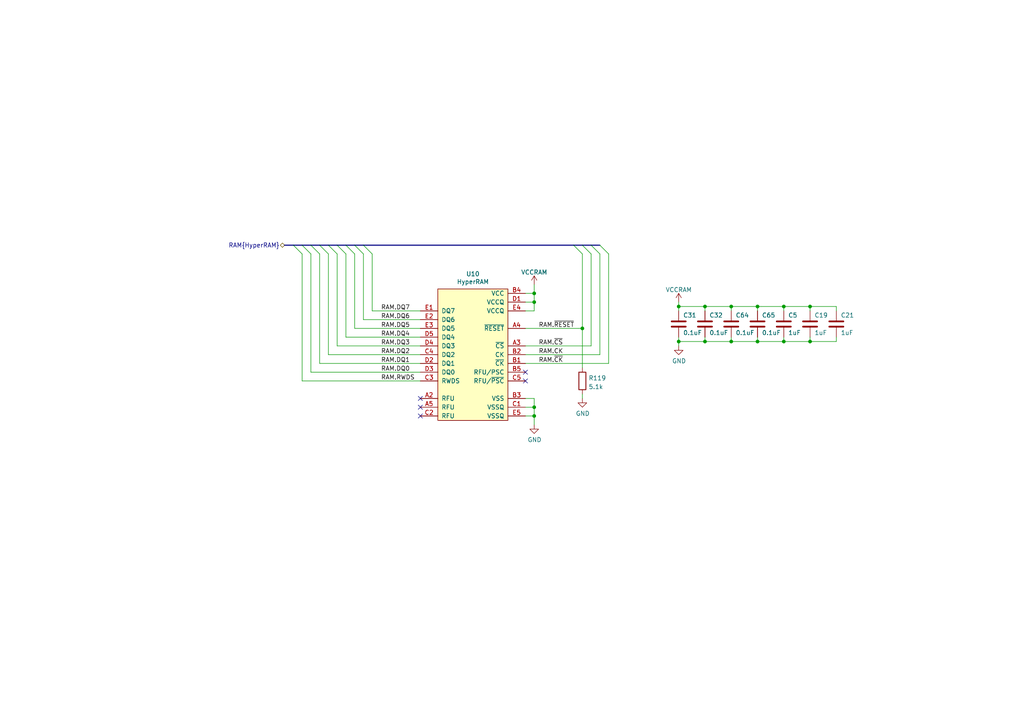
<source format=kicad_sch>
(kicad_sch (version 20231120) (generator "eeschema") (generator_version "8.0")
  (paper "A4")
  (title_block (title "Cynthion") (date "${DATE}") (rev "${VERSION}") (company "Copyright 2019-2023 Great Scott Gadgets") (comment 1 "Licensed under the CERN-OHL-P v2"))
  (lib_symbols
    (symbol "Device:C" (pin_numbers hide) (pin_names (offset 0.254))
      (property "Reference" "C" (at 0.635 2.54 0))
      (property "Value" "C" (at 0.635 -2.54 0))
      (symbol "C_0_1"
        (polyline (pts (xy -2.032 -0.762) (xy 2.032 -0.762)) (stroke (width 0.508)))
        (polyline (pts (xy -2.032 0.762) (xy 2.032 0.762)) (stroke (width 0.508)))
      )
      (symbol "C_1_1"
        (pin passive line (at 0 3.81 270) (length 2.794) (name "~") (number "1"))
        (pin passive line (at 0 -3.81 90) (length 2.794) (name "~") (number "2"))
      )
    )
    (symbol "Device:R" (pin_numbers hide) (pin_names (offset 0))
      (property "Reference" "R" (at 2.032 0 90))
      (property "Value" "R" (at 0 0 90))
      (symbol "R_0_1"
        (rectangle (start -1.016 -2.54) (end 1.016 2.54) (stroke (width 0.254)))
      )
      (symbol "R_1_1"
        (pin passive line (at 0 3.81 270) (length 1.27) (name "~") (number "1"))
        (pin passive line (at 0 -3.81 90) (length 1.27) (name "~") (number "2"))
      )
    )
    (symbol "power:GND" (power) (pin_names (offset 0))
      (property "Value" "GND" (at 0 -3.81 0))
      (symbol "GND_0_1"
        (polyline (pts (xy 0 0) (xy 0 -1.27) (xy 1.27 -1.27) (xy 0 -2.54) (xy -1.27 -1.27) (xy 0 -1.27)))
      )
      (symbol "GND_1_1"
        (pin power_in line (at 0 0 270) (length 0) hide (name "GND") (number "1"))
      )
    )
    (symbol "support_hardware:S27KS0641" (pin_names (offset 1.016))
      (property "Reference" "U" (at 0 20.32 0))
      (property "Value" "S27KS0641" (at 0 -20.32 0))
      (symbol "S27KS0641_0_1"
        (rectangle (start -10.16 19.05) (end 10.16 -19.05) (stroke (width 0.2032)) (fill (type background)))
      )
      (symbol "S27KS0641_1_1"
        (pin passive line (at 15.24 -12.7 180) (length 5.08) (name "RFU") (number "A2"))
        (pin input line (at -15.24 2.54 0) (length 5.08) (name "~{CS}") (number "A3"))
        (pin input line (at -15.24 7.62 0) (length 5.08) (name "~{RESET}") (number "A4"))
        (pin passive line (at 15.24 -15.24 180) (length 5.08) (name "RFU") (number "A5"))
        (pin input line (at -15.24 -2.54 0) (length 5.08) (name "~{CK}") (number "B1"))
        (pin input line (at -15.24 0 0) (length 5.08) (name "CK") (number "B2"))
        (pin power_in line (at -15.24 -12.7 0) (length 5.08) (name "VSS") (number "B3"))
        (pin power_in line (at -15.24 17.78 0) (length 5.08) (name "VCC") (number "B4"))
        (pin input line (at -15.24 -5.08 0) (length 5.08) (name "RFU/PSC") (number "B5"))
        (pin power_in line (at -15.24 -15.24 0) (length 5.08) (name "VSSQ") (number "C1"))
        (pin passive line (at 15.24 -17.78 180) (length 5.08) (name "RFU") (number "C2"))
        (pin bidirectional line (at 15.24 -7.62 180) (length 5.08) (name "RWDS") (number "C3"))
        (pin bidirectional line (at 15.24 0 180) (length 5.08) (name "DQ2") (number "C4"))
        (pin input line (at -15.24 -7.62 0) (length 5.08) (name "RFU/~{PSC}") (number "C5"))
        (pin power_in line (at -15.24 15.24 0) (length 5.08) (name "VCCQ") (number "D1"))
        (pin bidirectional line (at 15.24 -2.54 180) (length 5.08) (name "DQ1") (number "D2"))
        (pin bidirectional line (at 15.24 -5.08 180) (length 5.08) (name "DQ0") (number "D3"))
        (pin bidirectional line (at 15.24 2.54 180) (length 5.08) (name "DQ3") (number "D4"))
        (pin bidirectional line (at 15.24 5.08 180) (length 5.08) (name "DQ4") (number "D5"))
        (pin bidirectional line (at 15.24 12.7 180) (length 5.08) (name "DQ7") (number "E1"))
        (pin bidirectional line (at 15.24 10.16 180) (length 5.08) (name "DQ6") (number "E2"))
        (pin bidirectional line (at 15.24 7.62 180) (length 5.08) (name "DQ5") (number "E3"))
        (pin power_in line (at -15.24 12.7 0) (length 5.08) (name "VCCQ") (number "E4"))
        (pin power_in line (at -15.24 -17.78 0) (length 5.08) (name "VSSQ") (number "E5"))
      )
    )
    (symbol "support_hardware:VCCRAM" (power) (pin_names (offset 0))
      (property "Value" "VCCRAM" (at 0 3.81 0))
      (symbol "VCCRAM_0_1"
        (polyline (pts (xy -0.762 1.27) (xy 0 2.54)))
        (polyline (pts (xy 0 0) (xy 0 2.54)))
        (polyline (pts (xy 0 2.54) (xy 0.762 1.27)))
      )
      (symbol "VCCRAM_1_1"
        (pin power_in line (at 0 0 90) (length 0) hide (name "VCCRAM") (number "1"))
      )
    )
  )
  (bus_alias "HyperRAM" (members "DQ[0..7]" "CK" "~{CK}" "~{CS}" "RWDS" "~{RESET}"))
  (junction (at 234.95 99.06))
  (junction (at 196.85 88.9))
  (junction (at 154.94 118.11))
  (junction (at 212.09 99.06))
  (junction (at 168.91 95.25))
  (junction (at 234.95 88.9))
  (junction (at 219.71 99.06))
  (junction (at 212.09 88.9))
  (junction (at 204.47 99.06))
  (junction (at 154.94 120.65))
  (junction (at 219.71 88.9))
  (junction (at 154.94 85.09))
  (junction (at 154.94 87.63))
  (junction (at 227.33 99.06))
  (junction (at 196.85 99.06))
  (junction (at 227.33 88.9))
  (junction (at 204.47 88.9))
  (no_connect (at 152.4 107.95))
  (no_connect (at 152.4 110.49))
  (no_connect (at 121.92 120.65))
  (no_connect (at 121.92 115.57))
  (no_connect (at 121.92 118.11))
  (bus_entry (at 85.09 71.12) (size 2.54 2.54))
  (bus_entry (at 95.25 71.12) (size 2.54 2.54))
  (bus_entry (at 168.91 71.12) (size 2.54 2.54))
  (bus_entry (at 105.41 71.12) (size 2.54 2.54))
  (bus_entry (at 171.45 71.12) (size 2.54 2.54))
  (bus_entry (at 166.37 71.12) (size 2.54 2.54))
  (bus_entry (at 100.33 71.12) (size 2.54 2.54))
  (bus_entry (at 102.87 71.12) (size 2.54 2.54))
  (bus_entry (at 87.63 71.12) (size 2.54 2.54))
  (bus_entry (at 92.71 71.12) (size 2.54 2.54))
  (bus_entry (at 173.99 71.12) (size 2.54 2.54))
  (bus_entry (at 90.17 71.12) (size 2.54 2.54))
  (bus_entry (at 97.79 71.12) (size 2.54 2.54))
  (bus (pts (xy 90.17 71.12) (xy 92.71 71.12)))
  (wire (pts (xy 196.85 87.63) (xy 196.85 88.9)))
  (wire (pts (xy 196.85 99.06) (xy 196.85 100.33)))
  (wire (pts (xy 152.4 95.25) (xy 168.91 95.25)))
  (wire (pts (xy 212.09 88.9) (xy 219.71 88.9)))
  (wire (pts (xy 227.33 97.79) (xy 227.33 99.06)))
  (wire (pts (xy 102.87 95.25) (xy 102.87 73.66)))
  (wire (pts (xy 234.95 97.79) (xy 234.95 99.06)))
  (wire (pts (xy 168.91 95.25) (xy 168.91 106.68)))
  (wire (pts (xy 168.91 73.66) (xy 168.91 95.25)))
  (bus (pts (xy 166.37 71.12) (xy 168.91 71.12)))
  (wire (pts (xy 171.45 73.66) (xy 171.45 100.33)))
  (bus (pts (xy 100.33 71.12) (xy 102.87 71.12)))
  (wire (pts (xy 154.94 87.63) (xy 154.94 90.17)))
  (wire (pts (xy 154.94 85.09) (xy 154.94 87.63)))
  (wire (pts (xy 154.94 118.11) (xy 154.94 120.65)))
  (wire (pts (xy 152.4 100.33) (xy 171.45 100.33)))
  (wire (pts (xy 227.33 88.9) (xy 234.95 88.9)))
  (wire (pts (xy 121.92 97.79) (xy 100.33 97.79)))
  (wire (pts (xy 204.47 88.9) (xy 204.47 90.17)))
  (wire (pts (xy 90.17 107.95) (xy 90.17 73.66)))
  (wire (pts (xy 168.91 114.3) (xy 168.91 115.57)))
  (bus (pts (xy 171.45 71.12) (xy 173.99 71.12)))
  (wire (pts (xy 173.99 73.66) (xy 173.99 102.87)))
  (wire (pts (xy 152.4 85.09) (xy 154.94 85.09)))
  (wire (pts (xy 176.53 73.66) (xy 176.53 105.41)))
  (wire (pts (xy 196.85 88.9) (xy 196.85 90.17)))
  (wire (pts (xy 219.71 99.06) (xy 212.09 99.06)))
  (wire (pts (xy 121.92 102.87) (xy 95.25 102.87)))
  (wire (pts (xy 92.71 105.41) (xy 92.71 73.66)))
  (bus (pts (xy 85.09 71.12) (xy 87.63 71.12)))
  (wire (pts (xy 196.85 88.9) (xy 204.47 88.9)))
  (wire (pts (xy 219.71 97.79) (xy 219.71 99.06)))
  (wire (pts (xy 196.85 99.06) (xy 204.47 99.06)))
  (wire (pts (xy 219.71 88.9) (xy 227.33 88.9)))
  (wire (pts (xy 154.94 85.09) (xy 154.94 82.55)))
  (wire (pts (xy 152.4 115.57) (xy 154.94 115.57)))
  (wire (pts (xy 152.4 102.87) (xy 173.99 102.87)))
  (wire (pts (xy 152.4 87.63) (xy 154.94 87.63)))
  (wire (pts (xy 227.33 90.17) (xy 227.33 88.9)))
  (wire (pts (xy 234.95 90.17) (xy 234.95 88.9)))
  (wire (pts (xy 154.94 120.65) (xy 154.94 123.19)))
  (wire (pts (xy 121.92 110.49) (xy 87.63 110.49)))
  (bus (pts (xy 92.71 71.12) (xy 95.25 71.12)))
  (bus (pts (xy 82.55 71.12) (xy 85.09 71.12)))
  (wire (pts (xy 105.41 92.71) (xy 121.92 92.71)))
  (wire (pts (xy 219.71 88.9) (xy 219.71 90.17)))
  (wire (pts (xy 121.92 107.95) (xy 90.17 107.95)))
  (bus (pts (xy 102.87 71.12) (xy 105.41 71.12)))
  (wire (pts (xy 121.92 95.25) (xy 102.87 95.25)))
  (wire (pts (xy 204.47 99.06) (xy 204.47 97.79)))
  (wire (pts (xy 212.09 99.06) (xy 212.09 97.79)))
  (wire (pts (xy 154.94 120.65) (xy 152.4 120.65)))
  (wire (pts (xy 100.33 97.79) (xy 100.33 73.66)))
  (wire (pts (xy 95.25 102.87) (xy 95.25 73.66)))
  (wire (pts (xy 234.95 88.9) (xy 242.57 88.9)))
  (wire (pts (xy 242.57 97.79) (xy 242.57 99.06)))
  (wire (pts (xy 242.57 88.9) (xy 242.57 90.17)))
  (wire (pts (xy 196.85 97.79) (xy 196.85 99.06)))
  (wire (pts (xy 212.09 88.9) (xy 212.09 90.17)))
  (bus (pts (xy 97.79 71.12) (xy 100.33 71.12)))
  (wire (pts (xy 107.95 73.66) (xy 107.95 90.17)))
  (wire (pts (xy 204.47 99.06) (xy 212.09 99.06)))
  (bus (pts (xy 95.25 71.12) (xy 97.79 71.12)))
  (wire (pts (xy 121.92 90.17) (xy 107.95 90.17)))
  (wire (pts (xy 204.47 88.9) (xy 212.09 88.9)))
  (wire (pts (xy 97.79 100.33) (xy 97.79 73.66)))
  (wire (pts (xy 152.4 118.11) (xy 154.94 118.11)))
  (wire (pts (xy 105.41 92.71) (xy 105.41 73.66)))
  (bus (pts (xy 105.41 71.12) (xy 166.37 71.12)))
  (wire (pts (xy 121.92 100.33) (xy 97.79 100.33)))
  (wire (pts (xy 234.95 99.06) (xy 227.33 99.06)))
  (wire (pts (xy 87.63 110.49) (xy 87.63 73.66)))
  (wire (pts (xy 227.33 99.06) (xy 219.71 99.06)))
  (wire (pts (xy 152.4 105.41) (xy 176.53 105.41)))
  (wire (pts (xy 242.57 99.06) (xy 234.95 99.06)))
  (wire (pts (xy 154.94 115.57) (xy 154.94 118.11)))
  (wire (pts (xy 154.94 90.17) (xy 152.4 90.17)))
  (bus (pts (xy 87.63 71.12) (xy 90.17 71.12)))
  (wire (pts (xy 121.92 105.41) (xy 92.71 105.41)))
  (bus (pts (xy 168.91 71.12) (xy 171.45 71.12)))
  (label "RAM.DQ3" (at 110.49 100.33 0))
  (label "RAM.DQ4" (at 110.49 97.79 0))
  (label "RAM.DQ5" (at 110.49 95.25 0))
  (label "RAM.DQ0" (at 110.49 107.95 0))
  (label "RAM.DQ6" (at 110.49 92.71 0))
  (label "RAM.~{CS}" (at 156.21 100.33 0))
  (label "RAM.~{RESET}" (at 156.21 95.25 0))
  (label "RAM.RWDS" (at 110.49 110.49 0))
  (label "RAM.CK" (at 156.21 102.87 0))
  (label "RAM.~{CK}" (at 156.21 105.41 0))
  (label "RAM.DQ7" (at 110.49 90.17 0))
  (label "RAM.DQ2" (at 110.49 102.87 0))
  (label "RAM.DQ1" (at 110.49 105.41 0))
  (hierarchical_label "RAM{HyperRAM}" (shape bidirectional) (at 82.55 71.12 180))
  (symbol (lib_id "support_hardware:S27KS0641") (at 137.16 102.87 0) (mirror y) (unit 1)
    (property "Reference" "U10" (at 137.16 79.4512 0))
    (property "Value" "HyperRAM" (at 137.16 81.7372 0))
    (property "Footprint" "cynthion:BGA-24_5x5_6.0x8.0mm" (effects (hide yes)))
    (property "Description" "DRAM 64Mb HyperRAM x8, 166MHz, Ind temp, 3.0V" (effects (hide yes)))
    (property "Manufacturer" "Winbond" (effects (hide yes)))
    (property "Part Number" "W956A8MBYA6I" (effects (hide yes)))
    (property "Substitution" "W956A8MBYA5I" (effects (hide yes)))
  )
  (symbol (lib_id "power:GND") (at 154.94 123.19 0) (unit 1)
    (property "Reference" "#PWR085" (effects (hide yes)))
    (property "Value" "GND" (at 155.0416 127.5588 0))
  )
  (symbol (lib_id "Device:C") (at 212.09 93.98 0) (unit 1)
    (property "Reference" "C64" (at 213.36 91.44 0) (effects (justify left)))
    (property "Value" "0.1uF" (at 213.36 96.52 0) (effects (justify left)))
    (property "Footprint" "Capacitor_SMD:C_0402_1005Metric" (effects (hide yes)))
    (property "Description" "CAP CER 0.1UF 25V X5R 0402" (effects (hide yes)))
    (property "Part Number" "CL05A104KA5NNNC" (effects (hide yes)))
    (property "Substitution" "any equivalent" (effects (hide yes)))
    (property "Manufacturer" "Samsung" (effects (hide yes)))
    (property "LCSC#" "C100072" (effects (hide yes)))
  )
  (symbol (lib_id "Device:C") (at 242.57 93.98 0) (unit 1)
    (property "Reference" "C21" (at 243.84 91.44 0) (effects (justify left)))
    (property "Value" "1uF" (at 243.84 96.52 0) (effects (justify left)))
    (property "Footprint" "Capacitor_SMD:C_0402_1005Metric" (effects (hide yes)))
    (property "Description" "CAP CER 1UF 6.3V X5R 0402 20%" (effects (hide yes)))
    (property "Part Number" "CL05A105MQ5NNNC" (effects (hide yes)))
    (property "Substitution" "CL05A105KQ5NNNC, CL05A105KP5NNNC, CL05A105KO5NNNC" (effects (hide yes)))
    (property "Manufacturer" "Samsung" (effects (hide yes)))
    (property "LCSC#" "C318573" (effects (hide yes)))
  )
  (symbol (lib_id "power:GND") (at 196.85 100.33 0) (unit 1)
    (property "Reference" "#PWR0145" (effects (hide yes)))
    (property "Value" "GND" (at 196.9516 104.6988 0))
  )
  (symbol (lib_id "Device:C") (at 234.95 93.98 0) (unit 1)
    (property "Reference" "C19" (at 236.22 91.44 0) (effects (justify left)))
    (property "Value" "1uF" (at 236.22 96.52 0) (effects (justify left)))
    (property "Footprint" "Capacitor_SMD:C_0402_1005Metric" (effects (hide yes)))
    (property "Description" "CAP CER 1UF 6.3V X5R 0402 20%" (effects (hide yes)))
    (property "Part Number" "CL05A105MQ5NNNC" (effects (hide yes)))
    (property "Substitution" "CL05A105KQ5NNNC, CL05A105KP5NNNC, CL05A105KO5NNNC" (effects (hide yes)))
    (property "Manufacturer" "Samsung" (effects (hide yes)))
    (property "LCSC#" "C318573" (effects (hide yes)))
  )
  (symbol (lib_id "power:GND") (at 168.91 115.57 0) (unit 1)
    (property "Reference" "#PWR0256" (effects (hide yes)))
    (property "Value" "GND" (at 169.0116 119.9388 0))
  )
  (symbol (lib_id "Device:C") (at 227.33 93.98 0) (unit 1)
    (property "Reference" "C5" (at 228.6 91.44 0) (effects (justify left)))
    (property "Value" "1uF" (at 228.6 96.52 0) (effects (justify left)))
    (property "Footprint" "Capacitor_SMD:C_0402_1005Metric" (effects (hide yes)))
    (property "Description" "CAP CER 1UF 6.3V X5R 0402 20%" (effects (hide yes)))
    (property "Part Number" "CL05A105MQ5NNNC" (effects (hide yes)))
    (property "Substitution" "CL05A105KQ5NNNC, CL05A105KP5NNNC, CL05A105KO5NNNC" (effects (hide yes)))
    (property "Manufacturer" "Samsung" (effects (hide yes)))
    (property "LCSC#" "C318573" (effects (hide yes)))
  )
  (symbol (lib_id "support_hardware:VCCRAM") (at 154.94 82.55 0) (unit 1)
    (property "Reference" "#PWR0119" (effects (hide yes)))
    (property "Value" "VCCRAM" (at 154.94 78.9742 0))
  )
  (symbol (lib_id "Device:C") (at 196.85 93.98 0) (unit 1)
    (property "Reference" "C31" (at 198.12 91.44 0) (effects (justify left)))
    (property "Value" "0.1uF" (at 198.12 96.52 0) (effects (justify left)))
    (property "Footprint" "Capacitor_SMD:C_0402_1005Metric" (effects (hide yes)))
    (property "Description" "CAP CER 0.1UF 25V X5R 0402" (effects (hide yes)))
    (property "Part Number" "CL05A104KA5NNNC" (effects (hide yes)))
    (property "Substitution" "any equivalent" (effects (hide yes)))
    (property "Manufacturer" "Samsung" (effects (hide yes)))
    (property "LCSC#" "C100072" (effects (hide yes)))
  )
  (symbol (lib_id "Device:C") (at 204.47 93.98 0) (unit 1)
    (property "Reference" "C32" (at 205.74 91.44 0) (effects (justify left)))
    (property "Value" "0.1uF" (at 205.74 96.52 0) (effects (justify left)))
    (property "Footprint" "Capacitor_SMD:C_0402_1005Metric" (effects (hide yes)))
    (property "Description" "CAP CER 0.1UF 25V X5R 0402" (effects (hide yes)))
    (property "Part Number" "CL05A104KA5NNNC" (effects (hide yes)))
    (property "Substitution" "any equivalent" (effects (hide yes)))
    (property "Manufacturer" "Samsung" (effects (hide yes)))
    (property "LCSC#" "C100072" (effects (hide yes)))
  )
  (symbol (lib_id "Device:C") (at 219.71 93.98 0) (unit 1)
    (property "Reference" "C65" (at 220.98 91.44 0) (effects (justify left)))
    (property "Value" "0.1uF" (at 220.98 96.52 0) (effects (justify left)))
    (property "Footprint" "Capacitor_SMD:C_0402_1005Metric" (effects (hide yes)))
    (property "Description" "CAP CER 0.1UF 25V X5R 0402" (effects (hide yes)))
    (property "Part Number" "CL05A104KA5NNNC" (effects (hide yes)))
    (property "Substitution" "any equivalent" (effects (hide yes)))
    (property "Manufacturer" "Samsung" (effects (hide yes)))
    (property "LCSC#" "C100072" (effects (hide yes)))
  )
  (symbol (lib_id "Device:R") (at 168.91 110.49 0) (unit 1)
    (property "Reference" "R119" (at 170.688 109.6553 0) (effects (justify left)))
    (property "Value" "5.1k" (at 170.688 112.1922 0) (effects (justify left)))
    (property "Footprint" "Resistor_SMD:R_0402_1005Metric" (effects (hide yes)))
    (property "Description" "RES 5.1K OHM 5% 1/16W 0402" (effects (hide yes)))
    (property "Part Number" "RC0402JR-075K1L" (effects (hide yes)))
    (property "Substitution" "any equivalent" (effects (hide yes)))
    (property "Manufacturer" "Yageo" (effects (hide yes)))
    (property "LCSC#" "C105873" (effects (hide yes)))
  )
  (symbol (lib_id "support_hardware:VCCRAM") (at 196.85 87.63 0) (unit 1)
    (property "Reference" "#PWR0144" (effects (hide yes)))
    (property "Value" "VCCRAM" (at 196.85 84.0542 0))
  )
)
</source>
